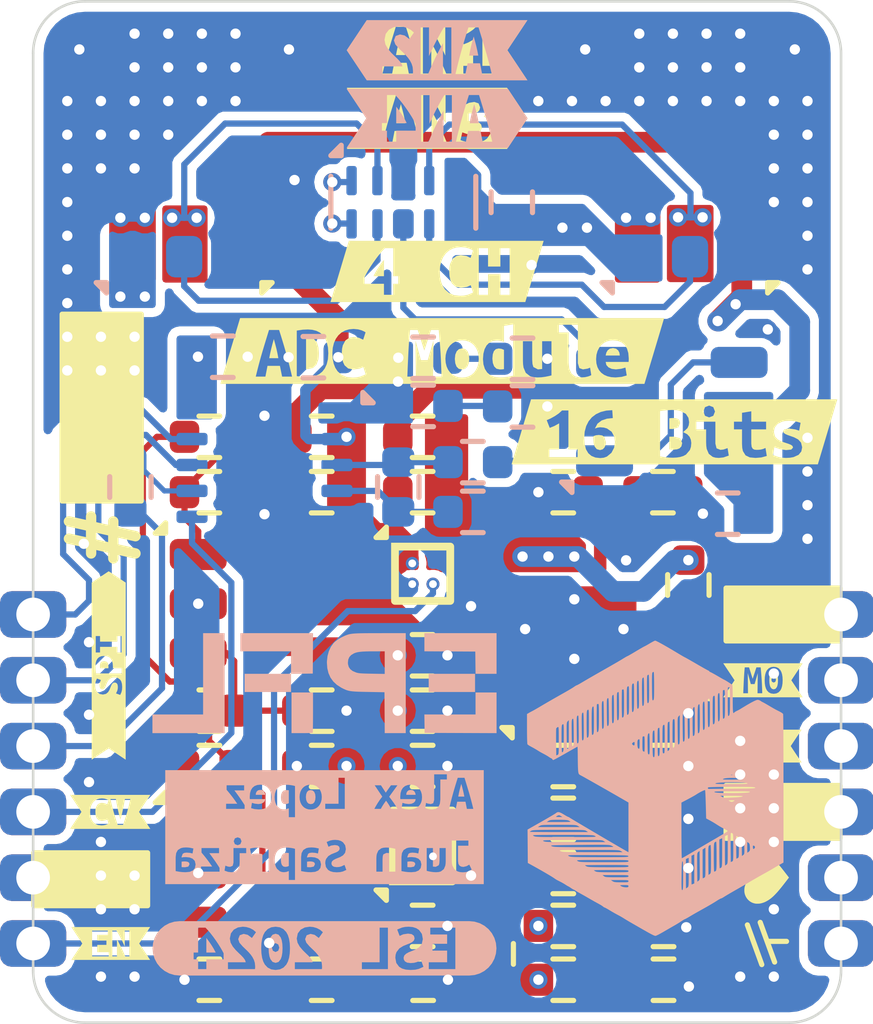
<source format=kicad_pcb>
(kicad_pcb (version 20240108) (generator "pcbnew") (generator_version "8.0")
  (layers (0 "F.Cu" signal) (1 "In1.Cu" signal) (2 "In2.Cu" signal) (3 "In3.Cu" signal) (4 "In4.Cu" signal) (31 "B.Cu" signal) (34 "B.Paste" user) (35 "F.Paste" user) (36 "B.SilkS" user "B.Silkscreen") (37 "F.SilkS" user "F.Silkscreen") (38 "B.Mask" user) (39 "F.Mask" user) (44 "Edge.Cuts" user))
  (net 0 "")
  (net 1 "+3VA_ADC")
  (net 2 "GND")
  (net 3 "+1V8")
  (net 4 "+3VA")
  (net 5 "+3V3")
  (net 6 "Net-(C6-Pad2)")
  (net 7 "Net-(C7-Pad2)")
  (net 8 "Net-(C8-Pad2)")
  (net 9 "/[1] Power Regulation & Connectors/+3V3_FILT")
  (net 10 "Net-(C9-Pad2)")
  (net 11 "/[1] Power Regulation & Connectors/NR{slash}SS")
  (net 12 "Net-(U7-+)")
  (net 13 "/[2] ADC, Multiplexer & Reference/ADC_IN_P")
  (net 14 "ADC_EN")
  (net 15 "/[2] ADC, Multiplexer & Reference/ADC_IN_N")
  (net 16 "/[2] ADC, Multiplexer & Reference/REF_OUT")
  (net 17 "Net-(U8-+)")
  (net 18 "Net-(U8-VOUT)")
  (net 20 "MUX_A1")
  (net 21 "MUX_A0")
  (net 22 "/[2] ADC, Multiplexer & Reference/AN_1")
  (net 23 "/[2] ADC, Multiplexer & Reference/AN_2")
  (net 24 "/[2] ADC, Multiplexer & Reference/AN_3")
  (net 25 "/[2] ADC, Multiplexer & Reference/AN_4")
  (net 26 "/[2] ADC, Multiplexer & Reference/CHARGE_BUCKET_IN")
  (net 27 "Net-(U8--)")
  (net 28 "/[1] Power Regulation & Connectors/EN_UV")
  (net 29 "/[1] Power Regulation & Connectors/FB_PG")
  (net 30 "Net-(C22-Pad1)")
  (net 31 "Net-(C23-Pad1)")
  (net 32 "ADC_MISO")
  (net 33 "Net-(U1-DOUT)")
  (net 34 "Net-(U7--)")
  (net 35 "+VREF")
  (net 36 "~{ADC_CS}")
  (net 37 "ADC_SCK")
  (net 38 "ADC_CONV")
  (net 39 "/[2] ADC, Multiplexer & Reference/BUFFER_IN")
  (footprint "X-MODs_PcbLib:C0402" (layer "F.Cu") (at 133.495 83.321878)
    (property "Reference" "C5" (hide yes))
    (property "Value" "1u00 10V" (hide yes))
  )
  (footprint "kibuzzard-6751DE4C" (layer "F.Cu") (at 129.38 82.45 90)
    (property "Reference" "kibuzzard-6751DE4C" (hide yes))
    (property "Value" "G***" (hide yes))
  )
  (footprint "X-MODs_PcbLib:R0402" (layer "F.Cu") (at 133.495 78.0366 180)
    (property "Reference" "R19" (hide yes))
    (property "Value" "0R00" (hide yes))
  )
  (footprint "X-MODs_PcbLib:DSBGA-4_1.085x0.870mm" (layer "F.Cu") (at 135.445 85.933478 90)
    (property "Reference" "U2" (hide yes))
    (property "Value" "REF35250YBHR" (hide yes))
  )
  (footprint "X-MODs_PcbLib:2121340003" (layer "F.Cu") (at 130.838 74.5596 180)
    (property "Reference" "J1" (hide yes))
    (property "Value" "212134-0003" (hide yes))
  )
  (footprint "X-MODs_PcbLib:R0402" (layer "F.Cu") (at 138.161922 84.390278)
    (property "Reference" "R7" (hide yes))
    (property "Value" "169K" (hide yes))
  )
  (footprint "X-MODs_PcbLib:R0402" (layer "F.Cu") (at 140.578922 80.896278 -90)
    (property "Reference" "R8" (hide yes))
    (property "Value" "1M33" (hide yes))
  )
  (footprint "X-MODs_PcbLib:C0402" (layer "F.Cu") (at 138.161922 87.476678)
    (property "Reference" "C6" (hide yes))
    (property "Value" "22u0 6V3" (hide yes))
  )
  (footprint "X-MODs_PcbLib:R0402" (layer "F.Cu") (at 133.495 88.515278 180)
    (property "Reference" "R5" (hide yes))
    (property "Value" "1K00" (hide yes))
  )
  (footprint "X-MODs_PcbLib:C0402" (layer "F.Cu") (at 135.445 79.105)
    (property "Reference" "C4" (hide yes))
    (property "Value" "1u00 10V" (hide yes))
  )
  (footprint "X-MODs_PcbLib:R0402" (layer "F.Cu") (at 140.578922 82.891678 -90)
    (property "Reference" "R15" (hide yes))
    (property "Value" "100K" (hide yes))
  )
  (footprint "X-MODs_PcbLib:R0402" (layer "F.Cu") (at 140.098922 86.454878)
    (property "Reference" "R12" (hide yes))
    (property "Value" "1R00" (hide yes))
  )
  (footprint "X-MODs_PcbLib:C0402" (layer "F.Cu") (at 135.445 87.476678)
    (property "Reference" "C21" (hide yes))
    (property "Value" "10u0 4V" (hide yes))
  )
  (footprint "X-MODs_PcbLib:R0402" (layer "F.Cu") (at 140.098922 87.476678)
    (property "Reference" "R9" (hide yes))
    (property "Value" "0R30" (hide yes))
  )
  (footprint "X-MODs_PcbLib:R0402" (layer "F.Cu") (at 140.098922 84.390278)
    (property "Reference" "R13" (hide yes))
    (property "Value" "100K" (hide yes))
  )
  (footprint "X-MODs_PcbLib:C0402" (layer "F.Cu") (at 133.495 79.105 180)
    (property "Reference" "C25" (hide yes))
    (property "Value" "100n 10V" (hide yes))
  )
  (footprint "X-MODs_PcbLib:SOT_23_5_SHDN" (layer "F.Cu") (at 132.41 81.257278)
    (property "Reference" "U7" (hide yes))
    (property "Value" "OPA310SIDBVR" (hide yes))
  )
  (footprint "X-MODs_PcbLib:C0402" (layer "F.Cu") (at 131.325 84.390278 180)
    (property "Reference" "C17" (hide yes))
    (property "Value" "1u00 10V" (hide yes))
  )
  (footprint "X-MODs_PcbLib:R0402" (layer "F.Cu") (at 140.086922 79.105)
    (property "Reference" "R14" (hide yes))
    (property "Value" "20K0" (hide yes))
  )
  (footprint "kibuzzard-6751E059" (layer "F.Cu") (at 129.42 87.8156)
    (property "Reference" "kibuzzard-6751E059" (hide yes))
    (property "Value" "G***" (hide yes))
  )
  (footprint "X-MODs_PcbLib:R0402" (layer "F.Cu") (at 140.098922 88.515278)
    (property "Reference" "R10" (hide yes))
    (property "Value" "1R00" (hide yes))
  )
  (footprint "X-MODs_PcbLib:SOT_23_5_SHDN" (layer "F.Cu") (at 132.41 86.454878)
    (property "Reference" "U8" (hide yes))
    (property "Value" "OPA333AIDBVR" (hide yes))
  )
  (footprint "X-MODs_PcbLib:R0402" (layer "F.Cu") (at 131.325 83.321878)
    (property "Reference" "R4" (hide yes))
    (property "Value" "1K00" (hide yes))
  )
  (footprint "X-MODs_PcbLib:C0402" (layer "F.Cu") (at 138.161922 85.409478)
    (property "Reference" "C8" (hide yes))
    (property "Value" "22u0 6V3" (hide yes))
  )
  (footprint "LOGO" (layer "F.Cu") (at 141.002819 86.802781 90)
    (property "Reference" "G***" (hide yes))
    (property "Value" "LOGO" (hide yes))
  )
  (footprint "kibuzzard-6751DE44" (layer "F.Cu") (at 129.41 85.2756)
    (property "Reference" "kibuzzard-6751DE44" (hide yes))
    (property "Value" "G***" (hide yes))
  )
  (footprint "X-MODs_PcbLib:R0402" (layer "F.Cu") (at 140.098922 85.410878)
    (property "Reference" "R11" (hide yes))
    (property "Value" "0R30" (hide yes))
  )
  (footprint "X-MODs_PcbLib:C0402" (layer "F.Cu") (at 138.161922 88.515278)
    (property "Reference" "C7" (hide yes))
    (property "Value" "10n0 16V" (hide yes))
  )
  (footprint "X-MODs_PcbLib:C0402" (layer "F.Cu") (at 135.445 78.0366 180)
    (property "Reference" "C10" (hide yes))
    (property "Value" "22u0 6V3" (hide yes))
  )
  (footprint "X-MODs_PcbLib:C0402" (layer "F.Cu") (at 138.161922 79.105 180)
    (property "Reference" "C11" (hide yes))
    (property "Value" "4u70 6V3" (hide yes))
  )
  (footprint "kibuzzard-6751DFD0" (layer "F.Cu") (at 142.01 84.0056)
    (property "Reference" "kibuzzard-6751DFD0" (hide yes))
    (property "Value" "G***" (hide yes))
  )
  (footprint "X-MODs_PcbLib:C0402" (layer "F.Cu") (at 135.445 83.321878)
    (property "Reference" "C18" (hide yes))
    (property "Value" "1u00 10V" (hide yes))
  )
  (footprint "X-MODs_PcbLib:2121340003" (layer "F.Cu") (at 140.611 74.5596 180)
    (property "Reference" "J3" (hide yes))
    (property "Value" "212134-0003" (hide yes))
  )
  (footprint "X-MODs_PcbLib:C0402" (layer "F.Cu") (at 133.495 84.390278 180)
    (property "Reference" "C24" (hide yes))
    (property "Value" "100n 10V" (hide yes))
  )
  (footprint "X-MODs_PcbLib:C0402" (layer "F.Cu") (at 138.161922 86.454878)
    (property "Reference" "C9" (hide yes))
    (property "Value" "10n0 16V" (hide yes))
  )
  (footprint "kibuzzard-6751E0F4" (layer "F.Cu") (at 135.7245 71.889678)
    (property "Reference" "kibuzzard-6751E0F4" (hide yes))
    (property "Value" "G***" (hide yes))
  )
  (footprint "X-MODs_PcbLib:C0402" (layer "F.Cu") (at 135.445 82.253478)
    (property "Reference" "C13" (hide yes))
    (property "Value" "100n 10V" (hide yes))
  )
  (footprint "X-MODs_PcbLib:C0402" (layer "F.Cu") (at 135.455 88.515278)
    (property "Reference" "C26" (hide yes))
    (property "Value" "100n 10V" (hide yes))
  )
  (footprint "kibuzzard-6751E246" (layer "F.Cu") (at 135.7245 74.844539)
    (property "Reference" "kibuzzard-6751E246" (hide yes))
    (property "Value" "G***" (hide yes))
  )
  (footprint "kibuzzard-6751E260" (layer "F.Cu") (at 140.31 77.94)
    (property "Reference" "kibuzzard-6751E260" (hide yes))
    (property "Value" "G***" (hide yes))
  )
  (footprint "kibuzzard-6751E0F0" (layer "F.Cu") (at 135.7245 70.574678)
    (property "Reference" "kibuzzard-6751E0F0" (hide yes))
    (property "Value" "G***" (hide yes))
  )
  (footprint "kibuzzard-6751DFCA" (layer "F.Cu") (at 142.02 82.7356)
    (property "Reference" "kibuzzard-6751DFCA" (hide yes))
    (property "Value" "G***" (hide yes))
  )
  (footprint "X-MODs_PcbLib:DSBGA-4_0.74x0.74mm" (layer "F.Cu") (at 135.445 80.679239)
    (property "Reference" "U3" (hide yes))
    (property "Value" "TPS22916CYFPR" (hide yes))
  )
  (footprint "kibuzzard-6751F13D" (layer "F.Cu") (at 135.8245 76.3794)
    (property "Reference" "kibuzzard-6751F13D" (hide yes))
    (property "Value" "G***" (hide yes))
  )
  (footprint "X-MODs_PcbLib:ADC_Board_Castellated_Conn_1.27mm" (layer "F.Cu") (at 135.7245 78.5876)
    (property "Reference" "J5" (hide yes))
    (property "Value" "~" (hide yes))
  )
  (footprint "X-MODs_PcbLib:L0402" (layer "F.Cu") (at 136.799122 88.016678 90)
    (property "Reference" "FB1" (hide yes))
    (property "Value" "300R" (hide yes))
  )
  (footprint "X-MODs_PcbLib:R0402" (layer "F.Cu") (at 131.325 78.0366)
    (property "Reference" "R6" (hide yes))
    (property "Value" "20K0" (hide yes))
  )
  (footprint "X-MODs_PcbLib:C0402" (layer "F.Cu") (at 135.445 84.390278)
    (property "Reference" "C20" (hide yes))
    (property "Value" "100n 10V" (hide yes))
  )
  (footprint "X-MODs_PcbLib:R0402" (layer "F.Cu") (at 131.325 79.105)
    (property "Reference" "R18" (hide yes))
    (property "Value" "0R00" (hide yes))
  )
  (footprint "X-MODs_PcbLib:C0402" (layer "F.Cu") (at 131.325 88.515278 180)
    (property "Reference" "C16" (hide yes))
    (property "Value" "1u00 10V" (hide yes))
  )
  (footprint "X-MODs_PcbLib:WSON-10-3.15x3.15mm" (layer "F.Cu") (at 138.375722 81.747639 90)
    (property "Reference" "U4" (hide yes))
    (property "Value" "TPS7A9401DSCR" (hide yes))
  )
  (footprint "X-MODs_PcbLib:C0402" (layer "B.Cu") (at 137.1678 73.509 90)
    (property "Reference" "C12" (hide yes))
    (property "Value" "100n 10V" (hide yes))
  )
  (footprint "X-MODs_PcbLib:R0402" (layer "B.Cu") (at 136.415 78.525 180)
    (property "Reference" "R3" (hide yes))
    (property "Value" "39R0" (hide yes))
  )
  (footprint "kibuzzard-6751E0AA" (layer "B.Cu") (at 135.7245 70.574678 180)
    (property "Reference" "kibuzzard-6751E0AA" (hide yes))
    (property "Value" "G***" (hide yes))
  )
  (footprint "X-MODs_PcbLib:C0402" (layer "B.Cu") (at 137.375 76.53)
    (property "Reference" "C22" (hide yes))
    (property "Value" "22u0 6V3" (hide yes))
  )
  (footprint "X-MODs_PcbLib:C0402" (layer "B.Cu") (at 131.585 76.49)
    (property "Reference" "C3" (hide yes))
    (property "Value" "2u20 16V" (hide yes))
  )
  (footprint "kibuzzard-66E06AA7" (layer "B.Cu") (at 133.5494 87.9094 180)
    (property "Reference" "kibuzzard-66E06AA7" (hide yes))
    (property "Value" "G***" (hide yes))
  )
  (footprint "X-MODs_PcbLib:C0402" (layer "B.Cu") (at 134.975 79.005 -90)
    (property "Reference" "C14" (hide yes))
    (property "Value" "680p 50V" (hide yes))
  )
  (footprint "X-MODs_PcbLib:2121340003" (layer "B.Cu") (at 140.611 74.5596)
    (property "Reference" "J4" (hide yes))
    (property "Value" "212134-0003" (hide yes))
  )
  (footprint "LOGO" (layer "B.Cu") (at 133.5494 82.7834 180)
    (property "Reference" "G***" (hide yes))
    (property "Value" "LOGO" (hide yes))
  )
  (footprint "X-MODs_PcbLib:SOT_23_6" (layer "B.Cu") (at 140.26 77.55)
    (property "Reference" "U6" (hide yes))
    (property "Value" "LTC6255IDC#TRMPBF" (hide yes))
  )
  (footprint "X-MODs_PcbLib:R0402" (layer "B.Cu") (at 129.8 79.005 -90)
    (property "Reference" "R2" (hide yes))
    (property "Value" "22R0" (hide yes))
  )
  (footprint "LOGO" (layer "B.Cu") (at 140.232035 84.880026 180)
    (property "Reference" "G***" (hide yes))
    (property "Value" "LOGO" (hide yes))
  )
  (footprint "X-MODs_PcbLib:C0402" (layer "B.Cu") (at 133.335 76.5 180)
    (property "Reference" "C1" (hide yes))
    (property "Value" "2u20 16V" (hide yes))
  )
  (footprint "kibuzzard-67165098" (layer "B.Cu") (at 133.5494 85.570026 180)
    (property "Reference" "kibuzzard-67165098" (hide yes))
    (property "Value" "G***" (hide yes))
  )
  (footprint "X-MODs_PcbLib:2121340003" (layer "B.Cu") (at 130.838 74.5596)
    (property "Reference" "J2" (hide yes))
    (property "Value" "212134-0003" (hide yes))
  )
  (footprint "X-MODs_PcbLib:R0402" (layer "B.Cu") (at 135.455 76.51)
    (property "Reference" "R16" (hide yes))
    (property "Value" "0R15" (hide yes))
  )
  (footprint "kibuzzard-6751E0C1" (layer "B.Cu") (at 135.7245 71.889678 180)
    (property "Reference" "kibuzzard-6751E0C1" (hide yes))
    (property "Value" "G***" (hide yes))
  )
  (footprint "X-MODs_PcbLib:USON-10_1x2.5mm" (layer "B.Cu") (at 135.072478 73.509 -90)
    (property "Reference" "U5" (hide yes))
    (property "Value" "TMUX1104DQAR" (hide yes))
  )
  (footprint "X-MODs_PcbLib:R0402" (layer "B.Cu") (at 135.455 77.44)
    (property "Reference" "R17" (hide yes))
    (property "Value" "0R15" (hide yes))
  )
  (footprint "X-MODs_PcbLib:C0402" (layer "B.Cu") (at 137.375 77.45)
    (property "Reference" "C23" (hide yes))
    (property "Value" "100n 10V" (hide yes))
  )
  (footprint "X-MODs_PcbLib:C0402" (layer "B.Cu") (at 141.34 79.52 180)
    (property "Reference" "C15" (hide yes))
    (property "Value" "100n 10V" (hide yes))
  )
  (footprint "X-MODs_PcbLib:R0402" (layer "B.Cu") (at 136.415 79.485 180)
    (property "Reference" "R1" (hide yes))
    (property "Value" "39R0" (hide yes))
  )
  (footprint "X-MODs_PcbLib:VSON-10_3x3mm_P0.5" (layer "B.Cu") (at 132.39 78.58 180)
    (property "Reference" "U1" (hide yes))
    (property "Value" "ADS8860IDRCT" (hide yes))
  )
  (gr_line (start 142.120781 87.775058) (end 142.47537 87.775058) (stroke (width 0.1)) (layer "F.SilkS"))
  (gr_line (start 141.997757 88.222815) (end 141.719061 87.457103) (stroke (width 0.1)) (layer "F.SilkS"))
  (gr_rect (start 127.930876 86.0656) (end 130.132009 87.0856) (stroke (width 0.1)) (fill solid) (layer "F.SilkS"))
  (gr_rect (start 141.307448 84.7656) (end 143.508581 85.7856) (stroke (width 0.1)) (fill solid) (layer "F.SilkS"))
  (gr_line (start 142.2456 88.174097) (end 141.966904 87.408385) (stroke (width 0.1)) (layer "F.SilkS"))
  (gr_rect (start 141.307448 80.9556) (end 143.508581 81.9756) (stroke (width 0.1)) (fill solid) (layer "F.SilkS"))
  (gr_rect (start 128.480876 75.67) (end 130.01 79.275) (stroke (width 0.1)) (fill solid) (layer "F.SilkS"))
  (gr_line (start 142.528581 89.343897) (end 128.920419 89.343897) (stroke (width 0.05)) (layer "Edge.Cuts"))
  (gr_arc (start 143.528581 88.343897) (mid 143.235688 89.050999) (end 142.528581 89.343897) (stroke (width 0.05)) (layer "Edge.Cuts"))
  (gr_arc (start 127.920419 70.631278) (mid 128.213315 69.924157) (end 128.920419 69.631278) (stroke (width 0.05)) (layer "Edge.Cuts"))
  (gr_arc (start 128.920419 89.343897) (mid 128.213301 89.05101) (end 127.920419 88.343897) (stroke (width 0.05)) (layer "Edge.Cuts"))
  (gr_line (start 142.528581 69.631278) (end 128.920419 69.631278) (stroke (width 0.05)) (layer "Edge.Cuts"))
  (gr_line (start 127.920419 88.343897) (end 127.920419 70.631278) (stroke (width 0.05)) (layer "Edge.Cuts"))
  (gr_line (start 143.528581 70.631278) (end 143.528581 88.343897) (stroke (width 0.05)) (layer "Edge.Cuts"))
  (gr_arc (start 142.528581 69.631278) (mid 143.235708 69.924163) (end 143.528581 70.631278) (stroke (width 0.05)) (layer "Edge.Cuts"))
  (gr_text "#" (at 129.84 80.61 90) (layer "F.SilkS") (effects (font (size 1 1) (thickness 0.2) (bold yes)) (justify left bottom)))
  (segment (start 131.838 74.5596) (end 132.6096 74.5596) (width 0.4) (layer "F.Cu") (net 1))
  (segment (start 132.6096 74.5596) (end 133.815 75.765) (width 0.4) (layer "F.Cu") (net 1))
  (segment (start 141.611 73.061) (end 140.9 72.35) (width 0.4) (layer "F.Cu") (net 1))
  (segment (start 140.9 72.35) (end 132.47 72.35) (width 0.4) (layer "F.Cu") (net 1))
  (segment (start 133.815 75.765) (end 133.815 76.45) (width 0.4) (layer "F.Cu") (net 1))
  (segment (start 132.47 72.35) (end 131.838 72.982) (width 0.4) (layer "F.Cu") (net 1))
  (segment (start 131.838 72.982) (end 131.838 74.5596) (width 0.4) (layer "F.Cu") (net 1))
  (segment (start 141.611 74.5596) (end 141.611 75.334975) (width 0.4) (layer "F.Cu") (net 1))
  (segment (start 141.611 75.334975) (end 141.144799 75.801176) (width 0.4) (layer "F.Cu") (net 1))
  (segment (start 141.611 74.5596) (end 141.611 73.061) (width 0.4) (layer "F.Cu") (net 1))
  (via (at 134.965 83.321878) (size 0.35) (drill 0.2) (layers "F.Cu" "B.Cu") (net 1))
  (via (at 141.144799 75.801176) (size 0.35) (drill 0.2) (layers "F.Cu" "B.Cu") (net 1))
  (via (at 133.975 78.0366) (size 0.35) (drill 0.2) (layers "F.Cu" "B.Cu") (net 1))
  (via (at 135.245 80.479239) (size 0.25) (drill 0.15) (layers "F.Cu" "B.Cu") (net 1))
  (via (at 141.492084 75.477107) (size 0.35) (drill 0.2) (layers "F.Cu" "B.Cu") (net 1))
  (via (at 138.62 74) (size 0.35) (drill 0.2) (layers "F.Cu" "B.Cu") (net 1))
  (via (at 134.965 84.390278) (size 0.35) (drill 0.2) (layers "F.Cu" "B.Cu") (net 1))
  (via (at 133.815 76.5) (size 0.35) (drill 0.2) (layers "F.Cu" "B.Cu") (net 1))
  (via (at 138.146051 74) (size 0.35) (drill 0.2) (layers "F.Cu" "B.Cu") (net 1))
  (via (at 134.965 82.253478) (size 0.35) (drill 0.2) (layers "F.Cu" "B.Cu") (net 1))
  (via (at 133.975 84.390278) (size 0.35) (drill 0.2) (layers "F.Cu" "B.Cu") (net 1))
  (via (at 130.079326 75.33) (size 0.35) (drill 0.2) (layers "F.Cu" "B.Cu") (net 1))
  (via (at 129.605377 75.33) (size 0.35) (drill 0.2) (layers "F.Cu" "B.Cu") (net 1))
  (segment (start 142.3 75.39) (end 141.579191 75.39) (width 0.4) (layer "B.Cu") (net 1))
  (segment (start 133.18 78.01) (end 133.18 77.135) (width 0.2) (layer "B.Cu") (net 1))
  (segment (start 141.56 77.55) (end 142.32 77.55) (width 0.4) (layer "B.Cu") (net 1))
  (segment (start 133.25 78.08) (end 133.18 78.01) (width 0.2) (layer "B.Cu") (net 1))
  (segment (start 141.579191 75.39) (end 141.492084 75.477107) (width 0.4) (layer "B.Cu") (net 1))
  (segment (start 142.32 77.55) (end 142.73 77.14) (width 0.4) (layer "B.Cu") (net 1))
  (segment (start 142.73 77.14) (end 142.73 75.82) (width 0.4) (layer "B.Cu") (net 1))
  (segment (start 142.73 75.82) (end 142.3 75.39) (width 0.4) (layer "B.Cu") (net 1))
  (segment (start 133.79 78.08) (end 133.25 78.08) (width 0.2) (layer "B.Cu") (net 1))
  (segment (start 133.18 77.135) (end 133.815 76.5) (width 0.2) (layer "B.Cu") (net 1))
  (segment (start 141.492084 75.477107) (end 141.168015 75.801176) (width 0.4) (layer "B.Cu") (net 1))
  (segment (start 141.168015 75.801176) (end 141.144799 75.801176) (width 0.4) (layer "B.Cu") (net 1))
  (segment (start 134.965 77.735) (end 135.6 77.1) (width 0.4) (layer "F.Cu") (net 2))
  (segment (start 132.59 79.53) (end 133.015 79.105) (width 0.4) (layer "F.Cu") (net 2))
  (segment (start 134.965 78.0366) (end 134.965 77.735) (width 0.4) (layer "F.Cu") (net 2))
  (segment (start 134.965 79.105) (end 134.965 78.0366) (width 0.4) (layer "F.Cu") (net 2))
  (segment (start 135.6 77.1) (end 137.505 77.1) (width 0.4) (layer "F.Cu") (net 2))
  (segment (start 140.86 79.398078) (end 140.566922 79.105) (width 0.4) (layer "F.Cu") (net 2))
  (segment (start 140.86 79.52) (end 140.86 79.398078) (width 0.4) (layer "F.Cu") (net 2))
  (segment (start 132.39 79.53) (end 132.59 79.53) (width 0.4) (layer "F.Cu") (net 2))
  (segment (start 137.505 77.1) (end 137.855 77.45) (width 0.4) (layer "F.Cu") (net 2))
  (via (at 128.580419 73.505328) (size 0.35) (drill 0.2) (layers "F.Cu" "B.Cu") (net 2))
  (via (at 130.079326 73.808985) (size 0.35) (drill 0.2) (layers "F.Cu" "B.Cu") (net 2))
  (via (at 141.580419 84.555328) (size 0.35) (drill 0.2) (layers "F.Cu" "B.Cu") (net 2))
  (via (at 129.230419 86.505328) (size 0.35) (drill 0.2) (layers "F.Cu" "B.Cu") (net 2))
  (via (at 140.280419 71.555328) (size 0.35) (drill 0.2) (layers "F.Cu" "B.Cu") (net 2))
  (via (at 142.230419 87.155328) (size 0.35) (drill 0.2) (layers "F.Cu" "B.Cu") (net 2))
  (via (at 142.230419 85.855328) (size 0.35) (drill 0.2) (layers "F.Cu" "B.Cu") (net 2))
  (via (at 139.630419 71.555328) (size 0.35) (drill 0.2) (layers "F.Cu" "B.Cu") (net 2))
  (via (at 128.9 80.1) (size 0.35) (drill 0.2) (layers "F.Cu" "B.Cu") (net 2))
  (via (at 142.880419 71.555328) (size 0.35) (drill 0.2) (layers "F.Cu" "B.Cu") (net 2))
  (via (at 142.880419 78.705328) (size 0.35) (drill 0.2) (layers "F.Cu" "B.Cu") (net 2))
  (via (at 136.380419 81.305328) (size 0.35) (drill 0.2) (layers "F.Cu" "B.Cu") (net 2))
  (via (at 139.630419 70.905328) (size 0.35) (drill 0.2) (layers "F.Cu" "B.Cu") (net 2))
  (via (at 136.380419 86.505328) (size 0.35) (drill 0.2) (layers "F.Cu" "B.Cu") (net 2))
  (via (at 129.880419 76.105328) (size 0.35) (drill 0.2) (layers "F.Cu" "B.Cu") (net 2))
  (via (at 129.880419 70.905328) (size 0.35) (drill 0.2) (layers "F.Cu" "B.Cu") (net 2))
  (via (at 135.925 87.476678) (size 0.35) (drill 0.2) (layers "F.Cu" "B.Cu") (net 2))
  (via (at 140.578922 83.371678) (size 0.35) (drill 0.2) (layers "F.Cu" "B.Cu") (net 2))
  (via (at 142.230419 85.205328) (size 0.35) (drill 0.2) (layers "F.Cu" "B.Cu") (net 2))
  (via (at 130.845 88.515278) (size 0.35) (drill 0.2) (layers "F.Cu" "B.Cu") (net 2))
  (via (at 128.580419 72.205328) (size 0.35) (drill 0.2) (layers "F.Cu" "B.Cu") (net 2))
  (via (at 131.830419 71.555328) (size 0.35) (drill 0.2) (layers "F.Cu" "B.Cu") (net 2))
  (via (at 129.230419 76.105328) (size 0.35) (drill 0.2) (layers "F.Cu" "B.Cu") (net 2))
  (via (at 138.330419 71.555328) (size 0.35) (drill 0.2) (layers "F.Cu" "B.Cu") (net 2))
  (via (at 128.813 70.5596) (size 0.35) (drill 0.2) (layers "F.Cu" "B.Cu") (net 2))
  (via (at 129 84.7) (size 0.35) (drill 0.2) (layers "F.Cu" "B.Cu") (net 2))
  (via (at 137.680419 71.555328) (size 0.35) (drill 0.2) (layers "F.Cu" "B.Cu") (net 2))
  (via (at 128.580419 76.755328) (size 0.35) (drill 0.2) (layers "F.Cu" "B.Cu") (net 2))
  (via (at 129.230419 72.855328) (size 0.35) (drill 0.2) (layers "F.Cu" "B.Cu") (net 2))
  (via (at 140.578922 85.410878) (size 0.35) (drill 0.2) (layers "F.Cu" "B.Cu") (net 2))
  (via (at 135.925 82.253478) (size 0.35) (drill 0.2) (layers "F.Cu" "B.Cu") (net 2))
  (via (at 142.880419 72.855328) (size 0.35) (drill 0.2) (layers "F.Cu" "B.Cu") (net 2))
  (via (at 140.930419 71.555328) (size 0.35) (drill 0.2) (layers "F.Cu" "B.Cu") (net 2))
  (via (at 131.180419 70.255328) (size 0.35) (drill 0.2) (layers "F.Cu" "B.Cu") (net 2))
  (via (at 129.880419 71.555328) (size 0.35) (drill 0.2) (layers "F.Cu" "B.Cu") (net 2))
  (via (at 142.880419 80.005328) (size 0.35) (drill 0.2) (layers "F.Cu" "B.Cu") (net 2))
  (via (at 133.975 83.321878) (size 0.35) (drill 0.2) (layers "F.Cu" "B.Cu") (net 2))
  (via (at 142.230419 82.605328) (size 0.35) (drill 0.2) (layers "F.Cu" "B.Cu") (net 2))
  (via (at 129.880419 72.205328) (size 0.35) (drill 0.2) (layers "F.Cu" "B.Cu") (net 2))
  (via (at 137.855 76.53) (size 0.35) (drill 0.2) (layers "F.Cu" "B.Cu") (net 2))
  (via (at 129.880419 72.855328) (size 0.35) (drill 0.2) (layers "F.Cu" "B.Cu") (net 2))
  (via (at 135.925 84.390278) (size 0.35) (drill 0.2) (layers "F.Cu" "B.Cu") (net 2))
  (via (at 142.230419 72.855328) (size 0.35) (drill 0.2) (layers "F.Cu" "B.Cu") (net 2))
  (via (at 139.849326 73.808985) (size 0.35) (drill 0.2) (layers "F.Cu" "B.Cu") (net 2))
  (via (at 135.645 86.133478) (size 0.25) (drill 0.15) (layers "F.Cu" "B.Cu") (net 2))
  (via (at 130.530419 70.905328) (size 0.35) (drill 0.2) (layers "F.Cu" "B.Cu") (net 2))
  (via (at 142.114424 75.963113) (size 0.35) (drill 0.2) (layers "F.Cu" "B.Cu") (net 2))
  (via (at 132.855 76.5) (size 0.35) (drill 0.2) (layers "F.Cu" "B.Cu") (net 2))
  (via (at 131.830419 70.255328) (size 0.35) (drill 0.2) (layers "F.Cu" "B.Cu") (net 2))
  (via (at 140.589 88.646) (size 0.35) (drill 0.2) (layers "F.Cu" "B.Cu") (net 2))
  (via (at 142.230419 73.505328) (size 0.35) (drill 0.2) (layers "F.Cu" "B.Cu") (net 2))
  (via (at 129.230419 72.205328) (size 0.35) (drill 0.2) (layers "F.Cu" "B.Cu") (net 2))
  (via (at 129 83.4) (size 0.35) (drill 0.2) (layers "F.Cu" "B.Cu") (net 2))
  (via (at 142.230419 72.205328) (size 0.35) (drill 0.2) (layers "F.Cu" "B.Cu") (net 2))
  (via (at 131.180419 71.555328) (size 0.35) (drill 0.2) (layers "F.Cu" "B.Cu") (net 2))
  (via (at 129.230419 76.755328) (size 0.35) (drill 0.2) (layers "F.Cu" "B.Cu") (net 2))
  (via (at 129.230419 87.155328) (size 0.35) (drill 0.2) (layers "F.Cu" "B.Cu") (net 2))
  (via (at 142.880419 73.505328) (size 0.35) (drill 0.2) (layers "F.Cu" "B.Cu") (net 2))
  (via (at 140.930419 70.905328) (size 0.35) (drill 0.2) (layers "F.Cu" "B.Cu") (net 2))
  (via (at 135.245 80.879239) (size 0.25) (drill 0.15) (layers "F.Cu" "B.Cu") (net 2))
  (via (at 128.580419 74.155328) (size 0.35) (drill 0.2) (layers "F.Cu" "B.Cu") (net 2))
  (via (at 129.230419 88.455328) (size 0.35) (drill 0.2) (layers "F.Cu" "B.Cu") (net 2))
  (via (at 141.580419 85.855328) (size 0.35) (drill 0.2) (layers "F.Cu" "B.Cu") (net 2))
  (via (at 128.580419 72.855328) (size 0.35) (drill 0.2) (layers "F.Cu" "B.Cu") (net 2))
  (via (at 139.375377 73.808985) (size 0.35) (drill 0.2) (layers "F.Cu" "B.Cu") (net 2))
  (via (at 142.880419 72.205328) (size 0.35) (drill 0.2) (layers "F.Cu" "B.Cu") (net 2))
  (via (at 141.580419 71.555328) (size 0.35) (drill 0.2) (layers "F.Cu" "B.Cu") (net 2))
  (via (at 142.230419 71.555328) (size 0.35) (drill 0.2) (layers "F.Cu" "B.Cu") (net 2))
  (via (at 129.880419 87.155328) (size 0.35) (drill 0.2) (layers "F.Cu" "B.Cu") (net 2))
  (via (at 141.580419 85.205328) (size 0.35) (drill 0.2) (layers "F.Cu" "B.Cu") (net 2))
  (via (at 142.880419 74.155328) (size 0.35) (drill 0.2) (layers "F.Cu" "B.Cu") (net 2))
  (via (at 140.86 79.52) (size 0.35) (drill 0.2) (layers "F.Cu" "B.Cu") (net 2))
  (via (at 129.880419 70.255328) (size 0.35) (drill 0.2) (layers "F.Cu" "B.Cu") (net 2))
  (via (at 132.97 73.08) (size 0.35) (drill 0.2) (layers "F.Cu" "B.Cu") (net 2))
  (via (at 137.55 74.72) (size 0.35) (drill 0.2) (layers "F.Cu" "B.Cu") (net 2))
  (via (at 141.580419 83.905328) (size 0.35) (drill 0.2) (layers "F.Cu" "B.Cu") (net 2))
  (via (at 131.11 86.454878) (size 0.35) (drill 0.2) (layers "F.Cu" "B.Cu") (net 2))
  (via (at 130.530419 72.205328) (size 0.35) (drill 0.2) (layers "F.Cu" "B.Cu") (net 2))
  (via (at 140.578922 84.390278) (size 0.35) (drill 0.2) (layers "F.Cu" "B.Cu") (net 2))
  (via (at 140.578922 86.36) (size 0.35) (drill 0.2) (layers "F.Cu" "B.Cu") (net 2))
  (via (at 129 82) (size 0.35) (drill 0.2) (layers "F.Cu" "B.Cu") (net 2))
  (via (at 129.880419 88.455328) (size 0.35) (drill 0.2) (layers "F.Cu" "B.Cu") (net 2))
  (via (at 141.580419 70.255328) (size 0.35) (drill 0.2) (layers "F.Cu" "B.Cu") (net 2))
  (via (at 130.530419 70.255328) (size 0.35) (drill 0.2) (layers "F.Cu" "B.Cu") (net 2))
  (via (at 140.930419 70.255328) (size 0.35) (drill 0.2) (layers "F.Cu" "B.Cu") (net 2))
  (via (at 139.375722 80.42) (size 0.35) (drill 0.2) (layers "F.Cu" "B.Cu") (net 2))
  (via (at 129.605377 73.808985) (size 0.35) (drill 0.2) (layers "F.Cu" "B.Cu") (net 2))
  (via (at 128.580419 75.455328) (size 0.35) (drill 0.2) (layers "F.Cu" "B.Cu") (net 2))
  (via (at 139.630419 70.255328) (size 0.35) (drill 0.2) (layers "F.Cu" "B.Cu") (net 2))
  (via (at 142.880419 78.055328) (size 0.35) (drill 0.2) (layers "F.Cu" "B.Cu") (net 2))
  (via (at 138.586 70.5596) (size 0.35) (drill 0.2) (layers "F.Cu" "B.Cu") (net 2))
  (via (at 129.880419 76.755328) (size 0.35) (drill 0.2) (layers "F.Cu" "B.Cu") (net 2))
  (via (at 129.230419 71.555328) (size 0.35) (drill 0.2) (layers "F.Cu" "B.Cu") (net 2))
  (via (at 138.980419 71.555328) (size 0.35) (drill 0.2) (layers "F.Cu" "B.Cu") (net 2))
  (via (at 128.580419 74.805328) (size 0.35) (drill 0.2) (layers "F.Cu" "B.Cu") (net 2))
  (via (at 142.230419 84.555328) (size 0.35) (drill 0.2) (layers "F.Cu" "B.Cu") (net 2))
  (via (at 131.11 81.257278) (size 0.35) (drill 0.2) (layers "F.Cu" "B.Cu") (net 2))
  (via (at 135.925 83.321878) (size 0.35) (drill 0.2) (layers "F.Cu" "B.Cu") (net 2))
  (via (at 142.880419 74.805328) (size 0.35) (drill 0.2) (layers "F.Cu" "B.Cu") (net 2))
  (via (at 141.580419 70.905328) (size 0.35) (drill 0.2) (layers "F.Cu" "B.Cu") (net 2))
  (via (at 129.230419 85.855328) (size 0.35) (drill 0.2) (layers "F.Cu" "B.Cu") (net 2))
  (via (at 132.480419 87.805328) (size 0.35) (drill 0.2) (layers "F.Cu" "B.Cu") (net 2))
  (via (at 132.863 70.5596) (size 0.35) (drill 0.2) (layers "F.Cu" "B.Cu") (net 2))
  (via (at 140.280419 70.255328) (size 0.35) (drill 0.2) (layers "F.Cu" "B.Cu") (net 2))
  (via (at 128.580419 71.555328) (size 0.35) (drill 0.2) (layers "F.Cu" "B.Cu") (net 2))
  (via (at 130.530419 71.555328) (size 0.35) (drill 0.2) (layers "F.Cu" "B.Cu") (net 2))
  (via (at 142.636 70.5596) (size 0.35) (drill 0.2) (layers "F.Cu" "B.Cu") (net 2))
  (via (at 131.830419 70.905328) (size 0.35) (drill 0.2) (layers "F.Cu" "B.Cu") (net 2))
  (via (at 129.880419 86.505328) (size 0.35) (drill 0.2) (layers "F.Cu" "B.Cu") (net 2))
  (via (at 137.855 77.45) (size 0.35) (drill 0.2) (layers "F.Cu" "B.Cu") (net 2))
  (via (at 140.280419 70.905328) (size 0.35) (drill 0.2) (layers "F.Cu" "B.Cu") (net 2))
  (via (at 131.180419 70.905328) (size 0.35) (drill 0.2) (layers "F.Cu" "B.Cu") (net 2))
  (via (at 142.230419 88.455328) (size 0.35) (drill 0.2) (layers "F.Cu" "B.Cu") (net 2))
  (via (at 128.580419 76.105328) (size 0.35) (drill 0.2) (layers "F.Cu" "B.Cu") (net 2))
  (via (at 141.580419 88.455328) (size 0.35) (drill 0.2) (layers "F.Cu" "B.Cu") (net 2))
  (via (at 135.935 88.515278) (size 0.35) (drill 0.2) (layers "F.Cu" "B.Cu") (net 2))
  (via (at 132.065 76.49) (size 0.35) (drill 0.2) (layers "F.Cu" "B.Cu") (net 2))
  (via (at 137.681922 79.105) (size 0.35) (drill 0.2) (layers "F.Cu" "B.Cu") (net 2))
  (via (at 140.5382 87.503) (size 0.35) (drill 0.2) (layers "F.Cu" "B.Cu") (net 2))
  (via (at 142.880419 79.355328) (size 0.35) (drill 0.2) (layers "F.Cu" "B.Cu") (net 2))
  (via (at 133.015 84.390278) (size 0.35) (drill 0.2) (layers "F.Cu" "B.Cu") (net 2))
  (via (at 131.105 76.49) (size 0.35) (drill 0.2) (layers "F.Cu" "B.Cu") (net 3))
  (via (at 138.375722 80.347639) (size 0.35) (drill 0.2) (layers "F.Cu" "B.Cu") (net 4))
  (via (at 140.578922 80.416278) (size 0.35) (drill 0.2) (layers "F.Cu" "B.Cu") (net 4))
  (via (at 137.375722 80.347639) (size 0.35) (drill 0.2) (layers "F.Cu" "B.Cu") (net 4))
  (via (at 137.875722 80.347639) (size 0.35) (drill 0.2) (layers "F.Cu" "B.Cu") (net 4))
  (segment (start 137.375722 80.347639) (end 138.375722 80.347639) (width 0.4) (layer "B.Cu") (net 4))
  (segment (start 140.316278 80.416278) (end 140.578922 80.416278) (width 0.4) (layer "B.Cu") (net 4))
  (segment (start 138.375722 80.347639) (end 138.447639 80.347639) (width 0.4) (layer "B.Cu") (net 4))
  (segment (start 138.447639 80.347639) (end 139.12 81.02) (width 0.4) (layer "B.Cu") (net 4))
  (segment (start 139.712556 81.02) (end 140.316278 80.416278) (width 0.4) (layer "B.Cu") (net 4))
  (segment (start 139.12 81.02) (end 139.712556 81.02) (width 0.4) (layer "B.Cu") (net 4))
  (segment (start 137.663322 88.496678) (end 137.681922 88.515278) (width 0.5) (layer "F.Cu") (net 5))
  (segment (start 136.799122 88.496678) (end 137.663322 88.496678) (width 0.5) (layer "F.Cu") (net 5))
  (via (at 137.681922 88.515278) (size 0.35) (drill 0.2) (layers "F.Cu" "B.Cu") (net 5))
  (via (at 137.681922 87.476678) (size 0.35) (drill 0.2) (layers "F.Cu" "B.Cu") (net 5))
  (segment (start 138.641922 87.476678) (end 139.618922 87.476678) (width 0.5) (layer "F.Cu") (net 6))
  (segment (start 139.618922 88.515278) (end 138.641922 88.515278) (width 0.5) (layer "F.Cu") (net 7))
  (segment (start 139.617522 85.409478) (end 139.618922 85.410878) (width 0.5) (layer "F.Cu") (net 8))
  (segment (start 138.641922 85.409478) (end 139.617522 85.409478) (width 0.5) (layer "F.Cu") (net 8))
  (segment (start 137.395122 86.454878) (end 137.681922 86.454878) (width 0.5) (layer "F.Cu") (net 9))
  (segment (start 137.598122 86.451878) (end 137.681922 86.451878) (width 0.5) (layer "F.Cu") (net 9))
  (segment (start 136.799122 87.536678) (end 136.799122 87.050878) (width 0.5) (layer "F.Cu") (net 9))
  (segment (start 136.799122 87.050878) (end 137.395122 86.454878) (width 0.5) (layer "F.Cu") (net 9))
  (segment (start 137.681922 84.390278) (end 137.681922 86.451878) (width 0.5) (layer "F.Cu") (net 9))
  (segment (start 139.618922 86.454878) (end 138.644922 86.454878) (width 0.5) (layer "F.Cu") (net 10))
  (segment (start 138.644922 86.454878) (end 138.641922 86.451878) (width 0.5) (layer "F.Cu") (net 10))
  (segment (start 138.875722 79.947722) (end 138.875722 80.42) (width 0.12) (layer "F.Cu") (net 11))
  (segment (start 139.606922 79.330078) (end 139.376844 79.1) (width 0.12) (layer "F.Cu") (net 11))
  (segment (start 138.641922 79.713922) (end 138.875722 79.947722) (width 0.12) (layer "F.Cu") (net 11))
  (segment (start 138.641922 79.312678) (end 138.641922 79.713922) (width 0.12) (layer "F.Cu") (net 11))
  (segment (start 139.376844 79.1) (end 138.8546 79.1) (width 0.12) (layer "F.Cu") (net 11))
  (segment (start 138.8546 79.1) (end 138.641922 79.312678) (width 0.12) (layer "F.Cu") (net 11))
  (segment (start 131.805 83.321878) (end 133.015 83.321878) (width 0.12) (layer "F.Cu") (net 12))
  (segment (start 131.11 82.207278) (end 131.647278 82.207278) (width 0.12) (layer "F.Cu") (net 12))
  (segment (start 131.805 82.365) (end 131.805 83.321878) (width 0.12) (layer "F.Cu") (net 12))
  (segment (start 131.647278 82.207278) (end 131.805 82.365) (width 0.12) (layer "F.Cu") (net 12))
  (segment (start 135.935 78.525) (end 134.975 78.525) (width 0.12) (layer "B.Cu") (net 13))
  (segment (start 134.93 78.58) (end 134.985 78.525) (width 0.12) (layer "B.Cu") (net 13))
  (segment (start 133.79 78.58) (end 134.93 78.58) (width 0.12) (layer "B.Cu") (net 13))
  (via (at 135.645 80.879239) (size 0.25) (drill 0.15) (layers "F.Cu" "B.Cu") (net 14))
  (segment (start 130.65 87.8156) (end 130.6844 87.8156) (width 0.12) (layer "B.Cu") (net 14))
  (segment (start 135.645 81.056015) (end 135.301015 81.4) (width 0.12) (layer "B.Cu") (net 14))
  (segment (start 135.645 80.879239) (end 135.645 81.056015) (width 0.12) (layer "B.Cu") (net 14))
  (segment (start 134 81.4) (end 132.575 82.825) (width 0.12) (layer "B.Cu") (net 14))
  (segment (start 132.575 82.825) (end 132.575 85.975) (width 0.12) (layer "B.Cu") (net 14))
  (segment (start 132.575 85.975) (end 130.7344 87.8156) (width 0.12) (layer "B.Cu") (net 14))
  (segment (start 130.7344 87.8156) (end 130.65 87.8156) (width 0.12) (layer "B.Cu") (net 14))
  (segment (start 135.301015 81.4) (end 134 81.4) (width 0.12) (layer "B.Cu") (net 14))
  (segment (start 127.920419 87.8156) (end 130.65 87.8156) (width 0.12) (layer "B.Cu") (net 14))
  (segment (start 133.79 79.08) (end 134.58 79.08) (width 0.12) (layer "B.Cu") (net 15))
  (segment (start 135.935 79.485) (end 134.975 79.485) (width 0.12) (layer "B.Cu") (net 15))
  (segment (start 134.58 79.08) (end 134.985 79.485) (width 0.12) (layer "B.Cu") (net 15))
  (segment (start 134.965 86.413478) (end 135.245 86.133478) (width 0.12) (layer "F.Cu") (net 16))
  (segment (start 133.975 88.515278) (end 134.975 88.515278) (width 0.12) (layer "F.Cu") (net 16))
  (segment (start 134.965 87.476678) (end 134.965 86.413478) (width 0.12) (layer "F.Cu") (net 16))
  (segment (start 134.975 87.486678) (end 134.965 87.476678) (width 0.12) (layer "F.Cu") (net 16))
  (segment (start 134.975 88.515278) (end 134.975 87.486678) (width 0.12) (layer "F.Cu") (net 16))
  (segment (start 131.11 87.404878) (end 131.805 88.099878) (width 0.12) (layer "F.Cu") (net 17))
  (segment (start 133.015 88.515278) (end 131.805 88.515278) (width 0.12) (layer "F.Cu") (net 17))
  (segment (start 131.805 88.099878) (end 131.805 88.515278) (width 0.12) (layer "F.Cu") (net 17))
  (segment (start 131.11 85.504878) (end 130.85 85.244878) (width 0.12) (layer "F.Cu") (net 18))
  (segment (start 130.8 84.435278) (end 130.845 84.390278) (width 0.12) (layer "F.Cu") (net 18))
  (segment (start 130.85 84.395278) (end 130.845 84.390278) (width 0.12) (layer "F.Cu") (net 18))
  (segment (start 130.845 83.321878) (end 130.845 84.390278) (width 0.12) (layer "F.Cu") (net 18))
  (segment (start 130.85 85.244878) (end 130.85 84.395278) (width 0.12) (layer "F.Cu") (net 18))
  (via (at 133.7 73.92) (size 0.35) (drill 0.2) (layers "F.Cu" "B.Cu") (net 20))
  (segment (start 134.065978 73.92) (end 134.072478 73.9265) (width 0.12) (layer "B.Cu") (net 20))
  (segment (start 133.7 73.92) (end 134.065978 73.92) (width 0.12) (layer "B.Cu") (net 20))
  (via (at 133.7 73.12) (size 0.35) (drill 0.2) (layers "F.Cu" "B.Cu") (net 21))
  (segment (start 133.7 73.12) (end 134.043978 73.12) (width 0.12) (layer "B.Cu") (net 21))
  (segment (start 134.043978 73.12) (end 134.072478 73.0915) (width 0.12) (layer "B.Cu") (net 21))
  (via (at 131.079326 73.808985) (size 0.35) (drill 0.2) (layers "F.Cu" "B.Cu") (net 22))
  (via (at 130.605377 73.808985) (size 0.35) (drill 0.2) (layers "F.Cu" "B.Cu") (net 22))
  (segment (start 130.84 72.78) (end 131.63 71.99) (width 0.12) (layer "B.Cu") (net 22))
  (segment (start 131.63 71.99) (end 134.17 71.99) (width 0.12) (layer "B.Cu") (net 22))
  (segment (start 130.84 73.808985) (end 130.84 72.78) (width 0.12) (layer "B.Cu") (net 22))
  (segment (start 130.605377 73.808985) (end 130.84 73.808985) (width 0.12) (layer "B.Cu") (net 22))
  (segment (start 134.572478 72.392478) (end 134.572478 73.0915) (width 0.12) (layer "B.Cu") (net 22))
  (segment (start 134.17 71.99) (end 134.572478 72.392478) (width 0.12) (layer "B.Cu") (net 22))
  (segment (start 130.84 73.808985) (end 131.079326 73.808985) (width 0.12) (layer "B.Cu") (net 22))
  (segment (start 131.12 75.41) (end 133.79 75.41) (width 0.12) (layer "B.Cu") (net 23))
  (segment (start 134.572478 74.627522) (end 134.572478 73.9265) (width 0.12) (layer "B.Cu") (net 23))
  (segment (start 133.79 75.41) (end 134.572478 74.627522) (width 0.12) (layer "B.Cu") (net 23))
  (segment (start 130.838 74.5596) (end 130.838 75.128) (width 0.12) (layer "B.Cu") (net 23))
  (segment (start 130.838 75.128) (end 131.12 75.41) (width 0.12) (layer "B.Cu") (net 23))
  (via (at 140.38 73.8) (size 0.35) (drill 0.2) (layers "F.Cu" "B.Cu") (net 24))
  (via (at 140.853949 73.8) (size 0.35) (drill 0.2) (layers "F.Cu" "B.Cu") (net 24))
  (segment (start 139.3 72.01) (end 140.62 73.33) (width 0.12) (layer "B.Cu") (net 24))
  (segment (start 135.572478 73.0915) (end 135.572478 72.397522) (width 0.12) (layer "B.Cu") (net 24))
  (segment (start 135.96 72.01) (end 139.3 72.01) (width 0.12) (layer "B.Cu") (net 24))
  (segment (start 140.38 73.8) (end 140.853949 73.8) (width 0.12) (layer "B.Cu") (net 24))
  (segment (start 140.62 73.33) (end 140.62 73.8) (width 0.12) (layer "B.Cu") (net 24))
  (segment (start 135.572478 72.397522) (end 135.96 72.01) (width 0.12) (layer "B.Cu") (net 24))
  (segment (start 138.52 75.1) (end 138.95 75.53) (width 0.12) (layer "B.Cu") (net 25))
  (segment (start 140.12 75.53) (end 140.611 75.039) (width 0.12) (layer "B.Cu") (net 25))
  (segment (start 135.572478 74.532478) (end 136.14 75.1) (width 0.12) (layer "B.Cu") (net 25))
  (segment (start 138.95 75.53) (end 140.12 75.53) (width 0.12) (layer "B.Cu") (net 25))
  (segment (start 136.14 75.1) (end 138.52 75.1) (width 0.12) (layer "B.Cu") (net 25))
  (segment (start 140.611 75.039) (end 140.611 74.5596) (width 0.12) (layer "B.Cu") (net 25))
  (segment (start 135.572478 73.9265) (end 135.572478 74.532478) (width 0.12) (layer "B.Cu") (net 25))
  (segment (start 138.96 78.5) (end 139.75 78.5) (width 0.12) (layer "B.Cu") (net 26))
  (segment (start 140.67 76.6) (end 141.56 76.6) (width 0.12) (layer "B.Cu") (net 26))
  (segment (start 136.92 78.5) (end 136.895 78.525) (width 0.12) (layer "B.Cu") (net 26))
  (segment (start 138.96 78.5) (end 136.92 78.5) (width 0.12) (layer "B.Cu") (net 26))
  (segment (start 140.24 77.03) (end 140.67 76.6) (width 0.12) (layer "B.Cu") (net 26))
  (segment (start 140.24 78.01) (end 140.24 77.03) (width 0.12) (layer "B.Cu") (net 26))
  (segment (start 139.75 78.5) (end 140.24 78.01) (width 0.12) (layer "B.Cu") (net 26))
  (segment (start 132.35 84.935278) (end 132.35 86.45) (width 0.12) (layer "F.Cu") (net 27))
  (segment (start 131.32 83.905278) (end 131.32 82.91) (width 0.12) (layer "F.Cu") (net 27))
  (segment (start 131.32 82.91) (end 131.17 82.76) (width 0.12) (layer "F.Cu") (net 27))
  (segment (start 131.17 82.76) (end 130.56 82.76) (width 0.12) (layer "F.Cu") (net 27))
  (segment (start 130.04 82.24) (end 130.04 78.31) (width 0.12) (layer "F.Cu") (net 27))
  (segment (start 132.35 86.45) (end 133.304878 87.404878) (width 0.12) (layer "F.Cu") (net 27))
  (segment (start 131.805 84.390278) (end 132.35 84.935278) (width 0.12) (layer "F.Cu") (net 27))
  (segment (start 130.04 78.31) (end 130.3134 78.0366) (width 0.12) (layer "F.Cu") (net 27))
  (segment (start 131.805 84.390278) (end 131.32 83.905278) (width 0.12) (layer "F.Cu") (net 27))
  (segment (start 130.56 82.76) (end 130.04 82.24) (width 0.12) (layer "F.Cu") (net 27))
  (segment (start 133.304878 87.404878) (end 133.71 87.404878) (width 0.12) (layer "F.Cu") (net 27))
  (segment (start 130.3134 78.0366) (end 130.845 78.0366) (width 0.12) (layer "F.Cu") (net 27))
  (segment (start 138.641922 84.390278) (end 138.641922 83.955722) (width 0.12) (layer "F.Cu") (net 28))
  (segment (start 138.641922 83.955722) (end 138.375722 83.689522) (width 0.12) (layer "F.Cu") (net 28))
  (segment (start 138.641922 84.390278) (end 139.618922 84.390278) (width 0.12) (layer "F.Cu") (net 28))
  (segment (start 138.375722 83.689522) (end 138.375722 83.22) (width 0.12) (layer "F.Cu") (net 28))
  (segment (start 139.9032 83.1088) (end 139.792 83.22) (width 0.12) (layer "F.Cu") (net 29))
  (segment (start 140.576522 81.376278) (end 140.576522 82.361878) (width 0.12) (layer "F.Cu") (net 29))
  (segment (start 139.9032 82.55) (end 139.9032 83.1088) (width 0.12) (layer "F.Cu") (net 29))
  (segment (start 140.091322 82.361878) (end 139.9032 82.55) (width 0.12) (layer "F.Cu") (net 29))
  (segment (start 139.792 83.22) (end 139.375722 83.22) (width 0.12) (layer "F.Cu") (net 29))
  (segment (start 140.576522 82.361878) (end 140.091322 82.361878) (width 0.12) (layer "F.Cu") (net 29))
  (segment (start 135.955 76.53) (end 135.935 76.51) (width 0.12) (layer "B.Cu") (net 30))
  (segment (start 136.895 76.53) (end 135.955 76.53) (width 0.12) (layer "B.Cu") (net 30))
  (segment (start 135.935 77.44) (end 136.885 77.44) (width 0.12) (layer "B.Cu") (net 31))
  (segment (start 136.885 77.44) (end 136.895 77.45) (width 0.12) (layer "B.Cu") (net 31))
  (segment (start 129.6 79.485) (end 129.985 79.485) (width 0.12) (layer "B.Cu") (net 32))
  (segment (start 129.985 79.485) (end 130.41 79.91) (width 0.12) (layer "B.Cu") (net 32))
  (segment (start 130.41 79.91) (end 130.41 82.89) (width 0.12) (layer "B.Cu") (net 32))
  (segment (start 129.2944 84.0056) (end 127.920419 84.0056) (width 0.12) (layer "B.Cu") (net 32))
  (segment (start 130.41 82.89) (end 129.2944 84.0056) (width 0.12) (layer "B.Cu") (net 32))
  (segment (start 129.9 78.525) (end 130.455 79.08) (width 0.1) (layer "B.Cu") (net 33))
  (segment (start 130.455 79.08) (end 130.99 79.08) (width 0.1) (layer "B.Cu") (net 33))
  (segment (start 130.845 79.192678) (end 130.845 79.055) (width 0.12) (layer "F.Cu") (net 34))
  (segment (start 131.805 78.095) (end 131.805 78.0366) (width 0.12) (layer "F.Cu") (net 34))
  (segment (start 132.35 80.55) (end 132.107278 80.307278) (width 0.12) (layer "F.Cu") (net 34))
  (segment (start 132.107278 80.307278) (end 131.11 80.307278) (width 0.12) (layer "F.Cu") (net 34))
  (segment (start 132.35 82) (end 132.35 80.55) (width 0.12) (layer "F.Cu") (net 34))
  (segment (start 130.845 79.595) (end 130.845 79.192678) (width 0.12) (layer "F.Cu") (net 34))
  (segment (start 133.71 82.207278) (end 132.557278 82.207278) (width 0.12) (layer "F.Cu") (net 34))
  (segment (start 131.11 80.307278) (end 131.11 79.86) (width 0.12) (layer "F.Cu") (net 34))
  (segment (start 130.845 79.055) (end 131.805 78.095) (width 0.12) (layer "F.Cu") (net 34))
  (segment (start 131.11 79.86) (end 130.845 79.595) (width 0.12) (layer "F.Cu") (net 34))
  (segment (start 132.557278 82.207278) (end 132.35 82) (width 0.12) (layer "F.Cu") (net 34))
  (segment (start 131.858922 79.192678) (end 133.015 78.0366) (width 0.4) (layer "F.Cu") (net 35))
  (segment (start 131.805 79.192678) (end 131.858922 79.192678) (width 0.12) (layer "F.Cu") (net 35))
  (segment (start 134.975 76.51) (end 134.975 76.95) (width 0.4) (layer "F.Cu") (net 35))
  (segment (start 133.48 77.11) (end 134.815 77.11) (width 0.4) (layer "F.Cu") (net 35))
  (segment (start 133.015 78.0366) (end 133.015 77.575) (width 0.4) (layer "F.Cu") (net 35))
  (segment (start 134.815 77.11) (end 134.975 76.95) (width 0.4) (layer "F.Cu") (net 35))
  (segment (start 133.015 77.575) (end 133.48 77.11) (width 0.4) (layer "F.Cu") (net 35))
  (via (at 134.975 76.51) (size 0.35) (drill 0.2) (layers "F.Cu" "B.Cu") (net 35))
  (via (at 134.97 76.97) (size 0.35) (drill 0.2) (layers "F.Cu" "B.Cu") (net 35))
  (segment (start 130.99 78.08) (end 130.58 78.08) (width 0.12) (layer "B.Cu") (net 36))
  (segment (start 129.99 77.49) (end 129.025 77.49) (width 0.12) (layer "B.Cu") (net 36))
  (segment (start 128.5 80.3) (end 129 80.8) (width 0.12) (layer "B.Cu") (net 36))
  (segment (start 129 80.8) (end 129 81.2) (width 0.12) (layer "B.Cu") (net 36))
  (segment (start 129.025 77.49) (end 128.5 78.015) (width 0.12) (layer "B.Cu") (net 36))
  (segment (start 128.7344 81.4656) (end 127.920419 81.4656) (width 0.12) (layer "B.Cu") (net 36))
  (segment (start 130.58 78.08) (end 129.99 77.49) (width 0.12) (layer "B.Cu") (net 36))
  (segment (start 129 81.2) (end 128.7344 81.4656) (width 0.12) (layer "B.Cu") (net 36))
  (segment (start 128.5 78.015) (end 128.5 80.3) (width 0.12) (layer "B.Cu") (net 36))
  (segment (start 129.35 78) (end 129.18 78.17) (width 0.12) (layer "B.Cu") (net 37))
  (segment (start 130.99 78.58) (end 130.68 78.58) (width 0.12) (layer "B.Cu") (net 37))
  (segment (start 130.1 78) (end 129.35 78) (width 0.12) (layer "B.Cu") (net 37))
  (segment (start 129.1644 82.7356) (end 127.920419 82.7356) (width 0.12) (layer "B.Cu") (net 37))
  (segment (start 129.67 82.23) (end 129.1644 82.7356) (width 0.12) (layer "B.Cu") (net 37))
  (segment (start 129.18 78.17) (end 129.18 79.83) (width 0.12) (layer "B.Cu") (net 37))
  (segment (start 130.68 78.58) (end 130.1 78) (width 0.12) (layer "B.Cu") (net 37))
  (segment (start 129.67 80.32) (end 129.67 82.23) (width 0.12) (layer "B.Cu") (net 37))
  (segment (start 129.18 79.83) (end 129.67 80.32) (width 0.12) (layer "B.Cu") (net 37))
  (segment (start 130.2244 85.2756) (end 127.920419 85.2756) (width 0.12) (layer "B.Cu") (net 38))
  (segment (start 131.75 80.85) (end 131.75 83.75) (width 0.12) (layer "B.Cu") (net 38))
  (segment (start 130.99 79.58) (end 130.99 80.09) (width 0.12) (layer "B.Cu") (net 38))
  (segment (start 130.99 80.09) (end 131.75 80.85) (width 0.12) (layer "B.Cu") (net 38))
  (segment (start 131.75 83.75) (end 130.2244 85.2756) (width 0.12) (layer "B.Cu") (net 38))
  (segment (start 138.13 75.77) (end 135.3 75.77) (width 0.12) (layer "B.Cu") (net 39))
  (segment (start 138.96 76.6) (end 138.13 75.77) (width 0.12) (layer "B.Cu") (net 39))
  (segment (start 135.072478 75.542478) (end 135.072478 73.9265) (width 0.12) (layer "B.Cu") (net 39))
  (segment (start 135.3 75.77) (end 135.072478 75.542478) (width 0.12) (layer "B.Cu") (net 39))
  (zone (net 2) (net_name "GND") (layer "F.Cu") (priority 6) (connect_pads yes (clearance 0.12)) (min_thickness 0.12) (fill yes (thermal_gap 0.5) (thermal_bridge_width 0.5))
    (polygon (pts (xy 139.16 73.57) (xy 140.06 73.57) (xy 140.06 75.06) (xy 139.16 75.06)))
  )
  (zone (net 4) (net_name "+3VA") (layer "F.Cu") (priority 3) (connect_pads yes (clearance 0.12)) (min_thickness 0.12) (fill yes (thermal_gap 0.5) (thermal_bridge_width 0.5))
    (polygon (pts (xy 135.49 77.6) (xy 136.325 77.6) (xy 136.325 79.075) (xy 137.175 79.925) (xy 138.425 79.925) (xy 138.6 80.1) (xy 138.6 80.65) (xy 135.49 80.65)))
  )
  (zone (net 9) (net_name "/[1] Power Regulation & Connectors/+3V3_FILT") (layer "F.Cu") (priority 1) (connect_pads yes (clearance 0.15)) (min_thickness 0.15) (fill yes (thermal_gap 0.5) (thermal_bridge_width 0.5))
    (polygon (pts (xy 137.16 82.7494) (xy 138.0998 82.7494) (xy 138.0998 84.582) (xy 137.8966 84.7852) (xy 137.3632 84.7852) (xy 137.16 84.582)))
  )
  (zone (net 22) (net_name "/[2] ADC, Multiplexer & Reference/AN_1") (layer "F.Cu") (priority 6) (connect_pads yes (clearance 0.12)) (min_thickness 0.12) (fill yes (thermal_gap 0.5) (thermal_bridge_width 0.5))
    (polygon (pts (xy 130.39 73.57) (xy 131.29 73.57) (xy 131.29 75.06) (xy 130.39 75.06)))
  )
  (zone (net 2) (net_name "GND") (layer "F.Cu") (priority 6) (connect_pads yes (clearance 0.12)) (min_thickness 0.12) (fill yes (thermal_gap 0.5) (thermal_bridge_width 0.5))
    (polygon (pts (xy 129.39 73.57) (xy 130.29 73.57) (xy 130.29 75.06) (xy 129.39 75.06)))
  )
  (zone (net 1) (net_name "+3VA_ADC") (layer "F.Cu") (priority 2) (connect_pads yes (clearance 0.12)) (min_thickness 0.12) (fill yes (thermal_gap 0.15) (thermal_bridge_width 0.15))
    (polygon (pts (xy 134.375 86.9) (xy 134.375 86.525) (xy 134.975 85.925) (xy 135.775 85.925) (xy 135.775 85.25) (xy 135.425 84.9) (xy 135.425 81.65) (xy 134.925 81.15) (xy 134.925 80.825) (xy 135.139673 80.610327) (xy 135.37 80.610327) (xy 135.37 80.07) (xy 135 79.7) (xy 134.625 79.7) (xy 134.35 79.425) (xy 134.35 77.625) (xy 133.6 77.625) (xy 133.6 79.425) (xy 133.1 79.925) (xy 133.05 79.925) (xy 133.05 81.675) (xy 134.3 81.675) (xy 134.575 81.95) (xy 134.575 83.625) (xy 134.225 83.975) (xy 133.65 83.975) (xy 133.525 84.1) (xy 133.525 84.85) (xy 133.05 85.325) (xy 133.05 86.9)))
  )
  (zone (net 24) (net_name "/[2] ADC, Multiplexer & Reference/AN_3") (layer "F.Cu") (priority 6) (connect_pads yes (clearance 0.12)) (min_thickness 0.12) (fill yes (thermal_gap 0.5) (thermal_bridge_width 0.5))
    (polygon (pts (xy 140.164623 73.561015) (xy 141.064623 73.561015) (xy 141.064623 75.051015) (xy 140.164623 75.051015)))
  )
  (zone (net 1) (net_name "+3VA_ADC") (layer "B.Cu") (priority 8) (connect_pads yes (clearance 0.12)) (min_thickness 0.12) (fill yes (thermal_gap 0.5) (thermal_bridge_width 0.5))
    (polygon (pts (xy 141.45 79.91) (xy 142.22 79.91) (xy 142.22 77.17) (xy 140.88 77.17) (xy 140.88 78.77) (xy 141.45 79.34)))
  )
  (zone (net 1) (net_name "+3VA_ADC") (layer "B.Cu") (priority 11) (connect_pads yes (clearance 0.12)) (min_thickness 0.12) (fill yes (thermal_gap 0.5) (thermal_bridge_width 0.5))
    (polygon (pts (xy 129.388 74.06) (xy 130.29 74.06) (xy 130.29 75.57) (xy 130.28 75.55) (xy 129.388 75.55)))
  )
  (zone (net 2) (net_name "GND") (layer "B.Cu") (priority 4) (connect_pads yes (clearance 0.17)) (min_thickness 0.17) (fill yes (thermal_gap 0.5) (thermal_bridge_width 0.5))
    (polygon (pts (xy 127.9212 69.63) (xy 143.5268 69.63) (xy 143.5268 89.3318) (xy 127.9212 89.3318)))
  )
  (zone (net 35) (net_name "+VREF") (layer "B.Cu") (priority 7) (connect_pads yes (clearance 0.12)) (min_thickness 0.12) (fill yes (thermal_gap 0.5) (thermal_bridge_width 0.5))
    (polygon (pts (xy 133.43 77.78) (xy 135.26 77.78) (xy 135.26 76.2) (xy 134.58 76.2) (xy 134.58 76.84) (xy 134.05 77.37) (xy 133.43 77.37)))
  )
  (zone (net 3) (net_name "+1V8") (layer "B.Cu") (priority 10) (connect_pads yes (clearance 0.12)) (min_thickness 0.12) (fill yes (thermal_gap 0.5) (thermal_bridge_width 0.5))
    (polygon (pts (xy 130.69 77.7) (xy 131.38 77.7) (xy 131.47 77.61) (xy 131.47 76.08) (xy 130.69 76.08)))
  )
  (zone (net 1) (net_name "+3VA_ADC") (layer "B.Cu") (priority 9) (connect_pads yes (clearance 0.1)) (min_thickness 0.1) (fill yes (thermal_gap 0.5) (thermal_bridge_width 0.5) (island_removal_mode 1) (island_area_min 10))
    (polygon (pts (xy 136.579 72.956) (xy 136.579 73.2608) (xy 136.8584 73.5402) (xy 137.5696 73.5402) (xy 138.5602 73.5402) (xy 139.15 74.13) (xy 140.08 74.13) (xy 140.08 75.04) (xy 139.27 75.04) (xy 138.583 74.353) (xy 137.5696 74.353) (xy 135.8678 74.353) (xy 135.8678 72.6512) (xy 136.2742 72.6512)))
  )
)
</source>
